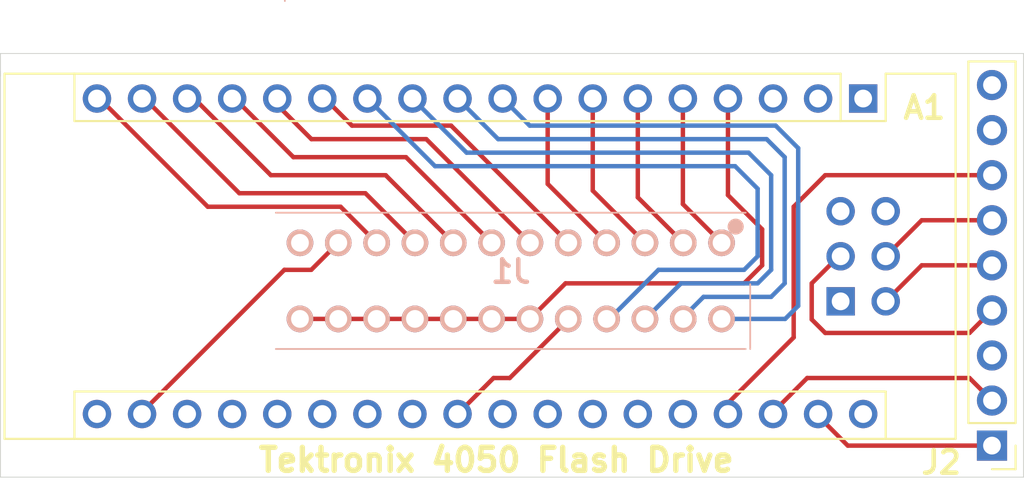
<source format=kicad_pcb>
(kicad_pcb (version 20171130) (host pcbnew "(5.1.10)-1")

  (general
    (thickness 1.6)
    (drawings 7)
    (tracks 104)
    (zones 0)
    (modules 3)
    (nets 24)
  )

  (page A4)
  (layers
    (0 F.Cu signal)
    (31 B.Cu signal)
    (32 B.Adhes user)
    (33 F.Adhes user)
    (34 B.Paste user)
    (35 F.Paste user)
    (36 B.SilkS user)
    (37 F.SilkS user)
    (38 B.Mask user)
    (39 F.Mask user)
    (40 Dwgs.User user)
    (41 Cmts.User user)
    (42 Eco1.User user)
    (43 Eco2.User user)
    (44 Edge.Cuts user)
    (45 Margin user)
    (46 B.CrtYd user)
    (47 F.CrtYd user)
    (48 B.Fab user)
    (49 F.Fab user)
  )

  (setup
    (last_trace_width 0.25)
    (trace_clearance 0.2)
    (zone_clearance 0.508)
    (zone_45_only no)
    (trace_min 0.2)
    (via_size 0.8)
    (via_drill 0.4)
    (via_min_size 0.4)
    (via_min_drill 0.3)
    (uvia_size 0.3)
    (uvia_drill 0.1)
    (uvias_allowed no)
    (uvia_min_size 0.2)
    (uvia_min_drill 0.1)
    (edge_width 0.05)
    (segment_width 0.2)
    (pcb_text_width 0.3)
    (pcb_text_size 1.5 1.5)
    (mod_edge_width 0.12)
    (mod_text_size 1 1)
    (mod_text_width 0.15)
    (pad_size 1.524 1.524)
    (pad_drill 0.762)
    (pad_to_mask_clearance 0)
    (aux_axis_origin 0 0)
    (visible_elements 7FFFFFFF)
    (pcbplotparams
      (layerselection 0x010fc_ffffffff)
      (usegerberextensions false)
      (usegerberattributes true)
      (usegerberadvancedattributes true)
      (creategerberjobfile true)
      (excludeedgelayer true)
      (linewidth 0.100000)
      (plotframeref false)
      (viasonmask false)
      (mode 1)
      (useauxorigin false)
      (hpglpennumber 1)
      (hpglpenspeed 20)
      (hpglpendiameter 15.000000)
      (psnegative false)
      (psa4output false)
      (plotreference true)
      (plotvalue true)
      (plotinvisibletext false)
      (padsonsilk false)
      (subtractmaskfromsilk false)
      (outputformat 1)
      (mirror false)
      (drillshape 1)
      (scaleselection 1)
      (outputdirectory ""))
  )

  (net 0 "")
  (net 1 /GND-GPIB)
  (net 2 /DIO1)
  (net 3 /REN)
  (net 4 /DIO2)
  (net 5 /DIO3)
  (net 6 /DIO4)
  (net 7 /DIO5)
  (net 8 /DIO6)
  (net 9 /DIO7)
  (net 10 /~CS)
  (net 11 /DIO8)
  (net 12 /5V_SD)
  (net 13 /EOI)
  (net 14 /GND_SD)
  (net 15 /DAV)
  (net 16 /NRFD)
  (net 17 /DI)
  (net 18 /DO)
  (net 19 /SCK)
  (net 20 /NDAC)
  (net 21 /IFC)
  (net 22 /SRQ)
  (net 23 /ATN)

  (net_class Default "This is the default net class."
    (clearance 0.2)
    (trace_width 0.25)
    (via_dia 0.8)
    (via_drill 0.4)
    (uvia_dia 0.3)
    (uvia_drill 0.1)
    (add_net /5V_SD)
    (add_net /ATN)
    (add_net /DAV)
    (add_net /DI)
    (add_net /DIO1)
    (add_net /DIO2)
    (add_net /DIO3)
    (add_net /DIO4)
    (add_net /DIO5)
    (add_net /DIO6)
    (add_net /DIO7)
    (add_net /DIO8)
    (add_net /DO)
    (add_net /EOI)
    (add_net /GND-GPIB)
    (add_net /GND_SD)
    (add_net /IFC)
    (add_net /NDAC)
    (add_net /NRFD)
    (add_net /REN)
    (add_net /SCK)
    (add_net /SRQ)
    (add_net /~CS)
  )

  (module 111-024-113L001-no-MH:111-024-113L001-no-MHs-courtyardY (layer B.Cu) (tedit 6061D1F4) (tstamp 605FC955)
    (at 172.72 48.26 180)
    (descr 111-024-113L001-2)
    (tags Connector)
    (path /6074CB6C)
    (fp_text reference J1 (at 11.88 -1.623) (layer B.SilkS)
      (effects (font (size 1.27 1.27) (thickness 0.254)) (justify mirror))
    )
    (fp_text value 111-024-113L001-no-MHs (at 11.88 -1.623) (layer B.SilkS) hide
      (effects (font (size 1.27 1.27) (thickness 0.254)) (justify mirror))
    )
    (fp_line (start -1.36 1.695) (end 25.12 1.695) (layer Dwgs.User) (width 0.2))
    (fp_line (start 25.12 1.695) (end 25.12 -5.985) (layer Dwgs.User) (width 0.2))
    (fp_line (start 25.12 -5.985) (end -1.36 -5.985) (layer Dwgs.User) (width 0.2))
    (fp_line (start -1.36 -5.985) (end -1.36 1.695) (layer Dwgs.User) (width 0.2))
    (fp_line (start -1.599 1.962) (end 25.36 1.962) (layer B.CrtYd) (width 0.05))
    (fp_line (start 25.36 1.962) (end 25.36 -6.223) (layer B.CrtYd) (width 0.05))
    (fp_line (start 25.36 -6.223) (end -1.599 -6.223) (layer B.CrtYd) (width 0.05))
    (fp_line (start -1.599 -6.223) (end -1.599 1.962) (layer B.CrtYd) (width 0.05))
    (fp_line (start -1.36 1.695) (end 25.12 1.695) (layer B.SilkS) (width 0.1))
    (fp_line (start -1.614 -2.335) (end -1.614 -5.985) (layer B.SilkS) (width 0.1))
    (fp_line (start -1.36 -5.985) (end 25.12 -5.985) (layer B.SilkS) (width 0.1))
    (fp_line (start 24.612 13.633) (end 24.612 13.633) (layer B.SilkS) (width 0.1))
    (fp_line (start 24.612 13.633) (end 24.612 13.633) (layer B.SilkS) (width 0.1))
    (fp_arc (start -0.796 0.912) (end -0.846 0.912) (angle 180) (layer B.SilkS) (width 0.8))
    (fp_arc (start -0.796 0.912) (end -0.746 0.912) (angle 180) (layer B.SilkS) (width 0.8))
    (pad 24 thru_hole circle (at 23.76 -4.29 90) (size 1.5 1.5) (drill 1) (layers *.Cu *.Mask B.SilkS)
      (net 1 /GND-GPIB))
    (pad 23 thru_hole circle (at 21.6 -4.29 90) (size 1.5 1.5) (drill 1) (layers *.Cu *.Mask B.SilkS)
      (net 1 /GND-GPIB))
    (pad 22 thru_hole circle (at 19.44 -4.29 90) (size 1.5 1.5) (drill 1) (layers *.Cu *.Mask B.SilkS)
      (net 1 /GND-GPIB))
    (pad 21 thru_hole circle (at 17.28 -4.29 90) (size 1.5 1.5) (drill 1) (layers *.Cu *.Mask B.SilkS)
      (net 1 /GND-GPIB))
    (pad 20 thru_hole circle (at 15.12 -4.29 90) (size 1.5 1.5) (drill 1) (layers *.Cu *.Mask B.SilkS)
      (net 1 /GND-GPIB))
    (pad 19 thru_hole circle (at 12.96 -4.29 90) (size 1.5 1.5) (drill 1) (layers *.Cu *.Mask B.SilkS)
      (net 1 /GND-GPIB))
    (pad 18 thru_hole circle (at 10.8 -4.29 90) (size 1.5 1.5) (drill 1) (layers *.Cu *.Mask B.SilkS)
      (net 1 /GND-GPIB))
    (pad 17 thru_hole circle (at 8.64 -4.29 90) (size 1.5 1.5) (drill 1) (layers *.Cu *.Mask B.SilkS)
      (net 3 /REN))
    (pad 16 thru_hole circle (at 6.48 -4.29 90) (size 1.5 1.5) (drill 1) (layers *.Cu *.Mask B.SilkS)
      (net 11 /DIO8))
    (pad 15 thru_hole circle (at 4.32 -4.29 90) (size 1.5 1.5) (drill 1) (layers *.Cu *.Mask B.SilkS)
      (net 9 /DIO7))
    (pad 14 thru_hole circle (at 2.16 -4.29 90) (size 1.5 1.5) (drill 1) (layers *.Cu *.Mask B.SilkS)
      (net 8 /DIO6))
    (pad 13 thru_hole circle (at 0 -4.29 90) (size 1.5 1.5) (drill 1) (layers *.Cu *.Mask B.SilkS)
      (net 7 /DIO5))
    (pad 12 thru_hole circle (at 23.76 0 90) (size 1.5 1.5) (drill 1) (layers *.Cu *.Mask B.SilkS))
    (pad 11 thru_hole circle (at 21.6 0 90) (size 1.5 1.5) (drill 1) (layers *.Cu *.Mask B.SilkS)
      (net 23 /ATN))
    (pad 10 thru_hole circle (at 19.44 0 90) (size 1.5 1.5) (drill 1) (layers *.Cu *.Mask B.SilkS)
      (net 22 /SRQ))
    (pad 9 thru_hole circle (at 17.28 0 90) (size 1.5 1.5) (drill 1) (layers *.Cu *.Mask B.SilkS)
      (net 21 /IFC))
    (pad 8 thru_hole circle (at 15.12 0 90) (size 1.5 1.5) (drill 1) (layers *.Cu *.Mask B.SilkS)
      (net 20 /NDAC))
    (pad 7 thru_hole circle (at 12.96 0 90) (size 1.5 1.5) (drill 1) (layers *.Cu *.Mask B.SilkS)
      (net 16 /NRFD))
    (pad 6 thru_hole circle (at 10.8 0 90) (size 1.5 1.5) (drill 1) (layers *.Cu *.Mask B.SilkS)
      (net 15 /DAV))
    (pad 5 thru_hole circle (at 8.64 0 90) (size 1.5 1.5) (drill 1) (layers *.Cu *.Mask B.SilkS)
      (net 13 /EOI))
    (pad 4 thru_hole circle (at 6.48 0 90) (size 1.5 1.5) (drill 1) (layers *.Cu *.Mask B.SilkS)
      (net 6 /DIO4))
    (pad 3 thru_hole circle (at 4.32 0 90) (size 1.5 1.5) (drill 1) (layers *.Cu *.Mask B.SilkS)
      (net 5 /DIO3))
    (pad 2 thru_hole circle (at 2.16 0 90) (size 1.5 1.5) (drill 1) (layers *.Cu *.Mask B.SilkS)
      (net 4 /DIO2))
    (pad 1 thru_hole circle (at 0 0 90) (size 1.5 1.5) (drill 1) (layers *.Cu *.Mask B.SilkS)
      (net 2 /DIO1))
  )

  (module Connector_PinHeader_2.54mm:PinHeader_1x09_P2.54mm_Vertical (layer F.Cu) (tedit 6061CEF5) (tstamp 605FC972)
    (at 187.96 59.69 180)
    (descr "Through hole straight pin header, 1x09, 2.54mm pitch, single row")
    (tags "Through hole pin header THT 1x09 2.54mm single row")
    (path /6079AC51)
    (fp_text reference J2 (at 2.86 -0.95) (layer F.SilkS)
      (effects (font (size 1.27 1.27) (thickness 0.254)))
    )
    (fp_text value Conn_01x09_Male (at 2.499999 10.299999 90) (layer F.Fab)
      (effects (font (size 1 1) (thickness 0.15)))
    )
    (fp_line (start 1.8 -1.8) (end -1.8 -1.8) (layer F.CrtYd) (width 0.05))
    (fp_line (start 1.8 22.1) (end 1.8 -1.8) (layer F.CrtYd) (width 0.05))
    (fp_line (start -1.8 22.1) (end 1.8 22.1) (layer F.CrtYd) (width 0.05))
    (fp_line (start -1.8 -1.8) (end -1.8 22.1) (layer F.CrtYd) (width 0.05))
    (fp_line (start -1.33 -1.33) (end 0 -1.33) (layer F.SilkS) (width 0.12))
    (fp_line (start -1.33 0) (end -1.33 -1.33) (layer F.SilkS) (width 0.12))
    (fp_line (start -1.33 1.27) (end 1.33 1.27) (layer F.SilkS) (width 0.12))
    (fp_line (start 1.33 1.27) (end 1.33 21.65) (layer F.SilkS) (width 0.12))
    (fp_line (start -1.33 1.27) (end -1.33 21.65) (layer F.SilkS) (width 0.12))
    (fp_line (start -1.33 21.65) (end 1.33 21.65) (layer F.SilkS) (width 0.12))
    (fp_line (start -1.27 -0.635) (end -0.635 -1.27) (layer F.Fab) (width 0.1))
    (fp_line (start -1.27 21.59) (end -1.27 -0.635) (layer F.Fab) (width 0.1))
    (fp_line (start 1.27 21.59) (end -1.27 21.59) (layer F.Fab) (width 0.1))
    (fp_line (start 1.27 -1.27) (end 1.27 21.59) (layer F.Fab) (width 0.1))
    (fp_line (start -0.635 -1.27) (end 1.27 -1.27) (layer F.Fab) (width 0.1))
    (fp_text user %R (at 0 10.16 90) (layer F.Fab)
      (effects (font (size 1 1) (thickness 0.15)))
    )
    (pad 9 thru_hole oval (at 0 20.32 180) (size 1.7 1.7) (drill 1) (layers *.Cu *.Mask))
    (pad 8 thru_hole oval (at 0 17.78 180) (size 1.7 1.7) (drill 1) (layers *.Cu *.Mask))
    (pad 7 thru_hole oval (at 0 15.24 180) (size 1.7 1.7) (drill 1) (layers *.Cu *.Mask)
      (net 10 /~CS))
    (pad 6 thru_hole oval (at 0 12.7 180) (size 1.7 1.7) (drill 1) (layers *.Cu *.Mask)
      (net 19 /SCK))
    (pad 5 thru_hole oval (at 0 10.16 180) (size 1.7 1.7) (drill 1) (layers *.Cu *.Mask)
      (net 18 /DO))
    (pad 4 thru_hole oval (at 0 7.62 180) (size 1.7 1.7) (drill 1) (layers *.Cu *.Mask)
      (net 17 /DI))
    (pad 3 thru_hole oval (at 0 5.08 180) (size 1.7 1.7) (drill 1) (layers *.Cu *.Mask))
    (pad 2 thru_hole oval (at 0 2.54 180) (size 1.7 1.7) (drill 1) (layers *.Cu *.Mask)
      (net 12 /5V_SD))
    (pad 1 thru_hole rect (at 0 0 180) (size 1.7 1.7) (drill 1) (layers *.Cu *.Mask)
      (net 14 /GND_SD))
    (model ${KISYS3DMOD}/Connector_PinHeader_2.54mm.3dshapes/PinHeader_1x09_P2.54mm_Vertical.wrl
      (at (xyz 0 0 0))
      (scale (xyz 1 1 1))
      (rotate (xyz 0 0 0))
    )
  )

  (module Pandauino_644-Narrow:644-Narrow (layer F.Cu) (tedit 605FD562) (tstamp 605FC92A)
    (at 180.699999 40.130001 270)
    (descr "Pandauino 644-Narrow")
    (tags "Arduino ATmega644 ATmega1284")
    (path /60668486)
    (fp_text reference A1 (at 0.509999 -3.450001 180) (layer F.SilkS)
      (effects (font (size 1.27 1.27) (thickness 0.254)))
    )
    (fp_text value 644-Narrow (at 15.241999 24.489999) (layer F.Fab)
      (effects (font (size 1 1) (thickness 0.15)))
    )
    (fp_line (start 1.27 1.27) (end 1.27 -1.27) (layer F.SilkS) (width 0.12))
    (fp_line (start 1.27 -1.27) (end -1.4 -1.27) (layer F.SilkS) (width 0.12))
    (fp_line (start -1.4 1.27) (end -1.4 48.39) (layer F.SilkS) (width 0.12))
    (fp_line (start -1.4 -5.21) (end -1.4 -1.27) (layer F.SilkS) (width 0.12))
    (fp_line (start 16.51 -1.27) (end 19.18 -1.27) (layer F.SilkS) (width 0.12))
    (fp_line (start 16.51 -1.27) (end 16.51 44.45) (layer F.SilkS) (width 0.12))
    (fp_line (start 16.51 44.45) (end 19.18 44.45) (layer F.SilkS) (width 0.12))
    (fp_line (start 1.27 1.27) (end -1.4 1.27) (layer F.SilkS) (width 0.12))
    (fp_line (start 1.27 1.27) (end 1.27 44.45) (layer F.SilkS) (width 0.12))
    (fp_line (start 1.27 44.45) (end -1.4 44.45) (layer F.SilkS) (width 0.12))
    (fp_line (start 5.08 38.1) (end 12.7 38.1) (layer F.Fab) (width 0.1))
    (fp_line (start 12.7 38.1) (end 12.7 48.26) (layer F.Fab) (width 0.1))
    (fp_line (start 12.7 48.26) (end 5.08 48.26) (layer F.Fab) (width 0.1))
    (fp_line (start 5.08 48.26) (end 5.08 38.1) (layer F.Fab) (width 0.1))
    (fp_line (start -1.4 48.39) (end 19.18 48.39) (layer F.SilkS) (width 0.12))
    (fp_line (start 19.18 48.39) (end 19.18 -5.21) (layer F.SilkS) (width 0.12))
    (fp_line (start 19.18 -5.21) (end -1.4 -5.21) (layer F.SilkS) (width 0.12))
    (fp_line (start 19.05 48.26) (end -1.27 48.26) (layer F.Fab) (width 0.1))
    (fp_line (start -1.27 48.26) (end -1.27 -3.81) (layer F.Fab) (width 0.1))
    (fp_line (start -1.27 -3.81) (end 0 -5.08) (layer F.Fab) (width 0.1))
    (fp_line (start 0 -5.08) (end 19.05 -5.08) (layer F.Fab) (width 0.1))
    (fp_line (start 19.05 -5.08) (end 19.05 48.26) (layer F.Fab) (width 0.1))
    (fp_line (start -1.53 -5.33) (end 19.29 -5.33) (layer F.CrtYd) (width 0.05))
    (fp_line (start -1.53 -5.33) (end -1.53 48.51) (layer F.CrtYd) (width 0.05))
    (fp_line (start 19.29 48.51) (end 19.29 -5.33) (layer F.CrtYd) (width 0.05))
    (fp_line (start 19.29 48.51) (end -1.53 48.51) (layer F.CrtYd) (width 0.05))
    (fp_text user %R (at 15.241999 31.093999) (layer F.Fab)
      (effects (font (size 1 1) (thickness 0.15)))
    )
    (pad 1 thru_hole rect (at 0 0 270) (size 1.6 1.6) (drill 1) (layers *.Cu *.Mask))
    (pad 23 thru_hole oval (at 17.78 33.02 270) (size 1.6 1.6) (drill 1) (layers *.Cu *.Mask))
    (pad 2 thru_hole oval (at 0 2.54 270) (size 1.6 1.6) (drill 1) (layers *.Cu *.Mask))
    (pad 24 thru_hole oval (at 17.78 30.48 270) (size 1.6 1.6) (drill 1) (layers *.Cu *.Mask))
    (pad 3 thru_hole oval (at 0 5.08 270) (size 1.6 1.6) (drill 1) (layers *.Cu *.Mask))
    (pad 25 thru_hole oval (at 17.78 27.94 270) (size 1.6 1.6) (drill 1) (layers *.Cu *.Mask))
    (pad 4 thru_hole oval (at 0 7.62 270) (size 1.6 1.6) (drill 1) (layers *.Cu *.Mask)
      (net 1 /GND-GPIB))
    (pad 26 thru_hole oval (at 17.78 25.4 270) (size 1.6 1.6) (drill 1) (layers *.Cu *.Mask))
    (pad 5 thru_hole oval (at 0 10.16 270) (size 1.6 1.6) (drill 1) (layers *.Cu *.Mask)
      (net 2 /DIO1))
    (pad 27 thru_hole oval (at 17.78 22.86 270) (size 1.6 1.6) (drill 1) (layers *.Cu *.Mask)
      (net 3 /REN))
    (pad 6 thru_hole oval (at 0 12.7 270) (size 1.6 1.6) (drill 1) (layers *.Cu *.Mask)
      (net 4 /DIO2))
    (pad 28 thru_hole oval (at 17.78 20.32 270) (size 1.6 1.6) (drill 1) (layers *.Cu *.Mask))
    (pad 7 thru_hole oval (at 0 15.24 270) (size 1.6 1.6) (drill 1) (layers *.Cu *.Mask)
      (net 5 /DIO3))
    (pad 29 thru_hole oval (at 17.78 17.78 270) (size 1.6 1.6) (drill 1) (layers *.Cu *.Mask))
    (pad 8 thru_hole oval (at 0 17.78 270) (size 1.6 1.6) (drill 1) (layers *.Cu *.Mask)
      (net 6 /DIO4))
    (pad 30 thru_hole oval (at 17.78 15.24 270) (size 1.6 1.6) (drill 1) (layers *.Cu *.Mask))
    (pad 9 thru_hole oval (at 0 20.32 270) (size 1.6 1.6) (drill 1) (layers *.Cu *.Mask)
      (net 7 /DIO5))
    (pad 31 thru_hole oval (at 17.78 12.7 270) (size 1.6 1.6) (drill 1) (layers *.Cu *.Mask))
    (pad 10 thru_hole oval (at 0 22.86 270) (size 1.6 1.6) (drill 1) (layers *.Cu *.Mask)
      (net 8 /DIO6))
    (pad 32 thru_hole oval (at 17.78 10.16 270) (size 1.6 1.6) (drill 1) (layers *.Cu *.Mask))
    (pad 11 thru_hole oval (at 0 25.4 270) (size 1.6 1.6) (drill 1) (layers *.Cu *.Mask)
      (net 9 /DIO7))
    (pad 33 thru_hole oval (at 17.78 7.62 270) (size 1.6 1.6) (drill 1) (layers *.Cu *.Mask)
      (net 10 /~CS))
    (pad 12 thru_hole oval (at 0 27.94 270) (size 1.6 1.6) (drill 1) (layers *.Cu *.Mask)
      (net 11 /DIO8))
    (pad 34 thru_hole oval (at 17.78 5.08 270) (size 1.6 1.6) (drill 1) (layers *.Cu *.Mask)
      (net 12 /5V_SD))
    (pad 13 thru_hole oval (at 0 30.48 270) (size 1.6 1.6) (drill 1) (layers *.Cu *.Mask)
      (net 13 /EOI))
    (pad 35 thru_hole oval (at 17.78 2.54 270) (size 1.6 1.6) (drill 1) (layers *.Cu *.Mask)
      (net 14 /GND_SD))
    (pad 14 thru_hole oval (at 0 33.02 270) (size 1.6 1.6) (drill 1) (layers *.Cu *.Mask)
      (net 15 /DAV))
    (pad 36 thru_hole oval (at 17.78 0 270) (size 1.6 1.6) (drill 1) (layers *.Cu *.Mask))
    (pad 15 thru_hole oval (at 0 35.56 270) (size 1.6 1.6) (drill 1) (layers *.Cu *.Mask)
      (net 16 /NRFD))
    (pad 22 thru_hole oval (at 17.78 35.56 270) (size 1.6 1.6) (drill 1) (layers *.Cu *.Mask))
    (pad 38 thru_hole circle (at 8.89 1.27 270) (size 1.6 1.6) (drill 1) (layers *.Cu *.Mask)
      (net 17 /DI))
    (pad 39 thru_hole circle (at 6.35 1.27 270) (size 1.6 1.6) (drill 1) (layers *.Cu *.Mask))
    (pad 37 thru_hole rect (at 11.43 1.27 270) (size 1.6 1.6) (drill 1) (layers *.Cu *.Mask))
    (pad 40 thru_hole circle (at 11.43 -1.27 270) (size 1.6 1.6) (drill 1) (layers *.Cu *.Mask)
      (net 18 /DO))
    (pad 41 thru_hole circle (at 8.89 -1.27 270) (size 1.6 1.6) (drill 1) (layers *.Cu *.Mask)
      (net 19 /SCK))
    (pad 42 thru_hole circle (at 6.35 -1.27 270) (size 1.6 1.6) (drill 1) (layers *.Cu *.Mask))
    (pad 16 thru_hole circle (at 0 38.1 270) (size 1.6 1.6) (drill 1) (layers *.Cu *.Mask)
      (net 20 /NDAC))
    (pad 17 thru_hole circle (at 0 40.64 270) (size 1.6 1.6) (drill 1) (layers *.Cu *.Mask)
      (net 21 /IFC))
    (pad 18 thru_hole circle (at 0 43.18 270) (size 1.6 1.6) (drill 1) (layers *.Cu *.Mask)
      (net 22 /SRQ))
    (pad 19 thru_hole circle (at 17.78 43.18 270) (size 1.6 1.6) (drill 1) (layers *.Cu *.Mask))
    (pad 20 thru_hole circle (at 17.78 40.64 270) (size 1.6 1.6) (drill 1) (layers *.Cu *.Mask)
      (net 23 /ATN))
    (pad 21 thru_hole circle (at 17.78 38.1 270) (size 1.6 1.6) (drill 1) (layers *.Cu *.Mask))
    (model ${KISYS3DMOD}/Module.3dshapes/Arduino_Nano_WithMountingHoles.wrl
      (at (xyz 0 0 0))
      (scale (xyz 1 1 1))
      (rotate (xyz 0 0 0))
    )
  )

  (gr_line (start 132.08 37.592) (end 132.08 38.862) (angle 90) (layer Edge.Cuts) (width 0.05))
  (gr_line (start 189.738 37.592) (end 132.08 37.592) (angle 90) (layer Edge.Cuts) (width 0.05))
  (gr_line (start 189.738 61.468) (end 189.738 37.592) (angle 90) (layer Edge.Cuts) (width 0.05))
  (gr_line (start 132.08 38.862) (end 132.08 38.608) (angle 90) (layer Edge.Cuts) (width 0.05))
  (gr_line (start 132.08 61.468) (end 132.08 38.608) (angle 90) (layer Edge.Cuts) (width 0.05))
  (gr_line (start 189.738 61.468) (end 132.08 61.468) (angle 90) (layer Edge.Cuts) (width 0.05))
  (gr_text "Tektronix 4050 Flash Drive" (at 160.02 60.5) (layer F.SilkS)
    (effects (font (size 1.3 1.3) (thickness 0.3)))
  )

  (segment (start 173.079999 40.130001) (end 173.079999 45.571999) (width 0.25) (layer F.Cu) (net 1) (status 400000))
  (segment (start 163.924 50.546) (end 161.92 52.55) (width 0.25) (layer F.Cu) (net 1) (tstamp 60601671) (status 800000))
  (segment (start 173.99 50.546) (end 163.924 50.546) (width 0.25) (layer F.Cu) (net 1) (tstamp 6060166F))
  (segment (start 175.006 49.53) (end 173.99 50.546) (width 0.25) (layer F.Cu) (net 1) (tstamp 6060166E))
  (segment (start 175.006 47.498) (end 175.006 49.53) (width 0.25) (layer F.Cu) (net 1) (tstamp 6060166C))
  (segment (start 173.079999 45.571999) (end 175.006 47.498) (width 0.25) (layer F.Cu) (net 1) (tstamp 6060166A))
  (segment (start 161.92 52.55) (end 159.76 52.55) (width 0.25) (layer F.Cu) (net 1) (status C00000))
  (segment (start 159.76 52.55) (end 157.6 52.55) (width 0.25) (layer F.Cu) (net 1) (status C00000))
  (segment (start 157.6 52.55) (end 155.44 52.55) (width 0.25) (layer F.Cu) (net 1) (status C00000))
  (segment (start 155.44 52.55) (end 153.28 52.55) (width 0.25) (layer F.Cu) (net 1) (status C00000))
  (segment (start 153.28 52.55) (end 151.12 52.55) (width 0.25) (layer F.Cu) (net 1) (status C00000))
  (segment (start 151.12 52.55) (end 148.96 52.55) (width 0.25) (layer F.Cu) (net 1) (status C00000))
  (segment (start 170.539999 40.130001) (end 170.539999 46.079999) (width 0.25) (layer F.Cu) (net 2) (status 400000))
  (segment (start 170.539999 46.079999) (end 172.72 48.26) (width 0.25) (layer F.Cu) (net 2) (tstamp 606015CE) (status 800000))
  (segment (start 164.08 52.55) (end 164.08 52.582) (width 0.25) (layer F.Cu) (net 3) (status C00000))
  (segment (start 159.87 55.88) (end 157.839999 57.910001) (width 0.25) (layer F.Cu) (net 3) (tstamp 60601693) (status 800000))
  (segment (start 160.782 55.88) (end 159.87 55.88) (width 0.25) (layer F.Cu) (net 3) (tstamp 60601691))
  (segment (start 164.08 52.582) (end 160.782 55.88) (width 0.25) (layer F.Cu) (net 3) (tstamp 60601690) (status 400000))
  (segment (start 167.999999 40.130001) (end 167.999999 45.699999) (width 0.25) (layer F.Cu) (net 4) (status 400000))
  (segment (start 167.999999 45.699999) (end 170.56 48.26) (width 0.25) (layer F.Cu) (net 4) (tstamp 606015D2) (status 800000))
  (segment (start 165.459999 40.130001) (end 165.459999 45.319999) (width 0.25) (layer F.Cu) (net 5) (status 400000))
  (segment (start 165.459999 45.319999) (end 168.4 48.26) (width 0.25) (layer F.Cu) (net 5) (tstamp 606015D6) (status 800000))
  (segment (start 162.919999 40.130001) (end 162.919999 44.939999) (width 0.25) (layer F.Cu) (net 6) (status 400000))
  (segment (start 162.919999 44.939999) (end 166.24 48.26) (width 0.25) (layer F.Cu) (net 6) (tstamp 606015DA) (status 800000))
  (segment (start 172.72 52.55) (end 176.304 52.55) (width 0.25) (layer B.Cu) (net 7) (status 400000))
  (segment (start 161.905998 41.656) (end 160.379999 40.130001) (width 0.25) (layer B.Cu) (net 7) (tstamp 60601482) (status 800000))
  (segment (start 175.768 41.656) (end 161.905998 41.656) (width 0.25) (layer B.Cu) (net 7) (tstamp 60601480))
  (segment (start 177.038 42.926) (end 175.768 41.656) (width 0.25) (layer B.Cu) (net 7) (tstamp 6060147E))
  (segment (start 177.038 51.816) (end 177.038 42.926) (width 0.25) (layer B.Cu) (net 7) (tstamp 6060147D))
  (segment (start 176.304 52.55) (end 177.038 51.816) (width 0.25) (layer B.Cu) (net 7) (tstamp 6060147C))
  (segment (start 170.56 52.55) (end 170.56 52.452) (width 0.25) (layer B.Cu) (net 8) (status C00000))
  (segment (start 160.127998 42.418) (end 157.839999 40.130001) (width 0.25) (layer B.Cu) (net 8) (tstamp 6060148F) (status 800000))
  (segment (start 175.26 42.418) (end 160.127998 42.418) (width 0.25) (layer B.Cu) (net 8) (tstamp 6060148D))
  (segment (start 176.276 43.434) (end 175.26 42.418) (width 0.25) (layer B.Cu) (net 8) (tstamp 6060148B))
  (segment (start 176.276 50.546) (end 176.276 43.434) (width 0.25) (layer B.Cu) (net 8) (tstamp 6060148A))
  (segment (start 175.514 51.308) (end 176.276 50.546) (width 0.25) (layer B.Cu) (net 8) (tstamp 60601489))
  (segment (start 171.704 51.308) (end 175.514 51.308) (width 0.25) (layer B.Cu) (net 8) (tstamp 60601487))
  (segment (start 170.56 52.452) (end 171.704 51.308) (width 0.25) (layer B.Cu) (net 8) (tstamp 60601486) (status 400000))
  (segment (start 168.4 52.55) (end 168.43 52.55) (width 0.25) (layer B.Cu) (net 9) (status C00000))
  (segment (start 158.349998 43.18) (end 155.299999 40.130001) (width 0.25) (layer B.Cu) (net 9) (tstamp 6060149D) (status 800000))
  (segment (start 174.244 43.18) (end 158.349998 43.18) (width 0.25) (layer B.Cu) (net 9) (tstamp 6060149B))
  (segment (start 175.514 44.45) (end 174.244 43.18) (width 0.25) (layer B.Cu) (net 9) (tstamp 60601499))
  (segment (start 175.514 49.784) (end 175.514 44.45) (width 0.25) (layer B.Cu) (net 9) (tstamp 60601498))
  (segment (start 174.752 50.546) (end 175.514 49.784) (width 0.25) (layer B.Cu) (net 9) (tstamp 60601496))
  (segment (start 170.434 50.546) (end 174.752 50.546) (width 0.25) (layer B.Cu) (net 9) (tstamp 60601494))
  (segment (start 168.43 52.55) (end 170.434 50.546) (width 0.25) (layer B.Cu) (net 9) (tstamp 60601493) (status 400000))
  (segment (start 173.079999 57.910001) (end 173.079999 57.298001) (width 0.25) (layer F.Cu) (net 10) (status C00000))
  (segment (start 178.562 44.45) (end 187.96 44.45) (width 0.25) (layer F.Cu) (net 10) (tstamp 606016C1) (status 800000))
  (segment (start 176.784 46.228) (end 178.562 44.45) (width 0.25) (layer F.Cu) (net 10) (tstamp 606016BF))
  (segment (start 176.784 53.594) (end 176.784 46.228) (width 0.25) (layer F.Cu) (net 10) (tstamp 606016BD))
  (segment (start 173.079999 57.298001) (end 176.784 53.594) (width 0.25) (layer F.Cu) (net 10) (tstamp 606016BC) (status 400000))
  (segment (start 166.24 52.55) (end 166.398 52.55) (width 0.25) (layer B.Cu) (net 11) (status C00000))
  (segment (start 156.571998 43.942) (end 152.759999 40.130001) (width 0.25) (layer B.Cu) (net 11) (tstamp 606014AA) (status 800000))
  (segment (start 173.482 43.942) (end 156.571998 43.942) (width 0.25) (layer B.Cu) (net 11) (tstamp 606014A8))
  (segment (start 174.752 45.212) (end 173.482 43.942) (width 0.25) (layer B.Cu) (net 11) (tstamp 606014A6))
  (segment (start 174.752 49.022) (end 174.752 45.212) (width 0.25) (layer B.Cu) (net 11) (tstamp 606014A5))
  (segment (start 173.99 49.784) (end 174.752 49.022) (width 0.25) (layer B.Cu) (net 11) (tstamp 606014A4))
  (segment (start 169.164 49.784) (end 173.99 49.784) (width 0.25) (layer B.Cu) (net 11) (tstamp 606014A2))
  (segment (start 166.398 52.55) (end 169.164 49.784) (width 0.25) (layer B.Cu) (net 11) (tstamp 606014A1) (status 400000))
  (segment (start 175.619999 57.910001) (end 175.619999 57.806001) (width 0.25) (layer F.Cu) (net 12) (status C00000))
  (segment (start 186.69 55.88) (end 187.96 57.15) (width 0.25) (layer F.Cu) (net 12) (tstamp 606016B3) (status 800000))
  (segment (start 177.546 55.88) (end 186.69 55.88) (width 0.25) (layer F.Cu) (net 12) (tstamp 606016B1))
  (segment (start 175.619999 57.806001) (end 177.546 55.88) (width 0.25) (layer F.Cu) (net 12) (tstamp 606016B0) (status 400000))
  (segment (start 150.219999 40.130001) (end 150.366001 40.130001) (width 0.25) (layer F.Cu) (net 13) (status C00000))
  (segment (start 157.476 41.656) (end 164.08 48.26) (width 0.25) (layer F.Cu) (net 13) (tstamp 606015E1) (status 800000))
  (segment (start 151.892 41.656) (end 157.476 41.656) (width 0.25) (layer F.Cu) (net 13) (tstamp 606015DF))
  (segment (start 150.366001 40.130001) (end 151.892 41.656) (width 0.25) (layer F.Cu) (net 13) (tstamp 606015DE) (status 400000))
  (segment (start 178.159999 57.910001) (end 178.159999 58.017999) (width 0.25) (layer F.Cu) (net 14) (status C00000))
  (segment (start 179.832 59.69) (end 187.96 59.69) (width 0.25) (layer F.Cu) (net 14) (tstamp 606016B8) (status 800000))
  (segment (start 178.159999 58.017999) (end 179.832 59.69) (width 0.25) (layer F.Cu) (net 14) (tstamp 606016B7) (status 400000))
  (segment (start 147.679999 40.130001) (end 147.679999 40.491999) (width 0.25) (layer F.Cu) (net 15) (status C00000))
  (segment (start 156.078 42.418) (end 161.92 48.26) (width 0.25) (layer F.Cu) (net 15) (tstamp 60601600) (status 800000))
  (segment (start 149.606 42.418) (end 156.078 42.418) (width 0.25) (layer F.Cu) (net 15) (tstamp 606015FE))
  (segment (start 147.679999 40.491999) (end 149.606 42.418) (width 0.25) (layer F.Cu) (net 15) (tstamp 606015FD) (status 400000))
  (segment (start 145.139999 40.130001) (end 145.286001 40.130001) (width 0.25) (layer F.Cu) (net 16) (status C00000))
  (segment (start 154.934 43.434) (end 159.76 48.26) (width 0.25) (layer F.Cu) (net 16) (tstamp 60601607) (status 800000))
  (segment (start 148.59 43.434) (end 154.934 43.434) (width 0.25) (layer F.Cu) (net 16) (tstamp 60601605))
  (segment (start 145.286001 40.130001) (end 148.59 43.434) (width 0.25) (layer F.Cu) (net 16) (tstamp 60601604) (status 400000))
  (segment (start 179.429999 49.020001) (end 179.325999 49.020001) (width 0.25) (layer F.Cu) (net 17) (status C00000))
  (segment (start 186.69 53.34) (end 187.96 52.07) (width 0.25) (layer F.Cu) (net 17) (tstamp 606016AC) (status 800000))
  (segment (start 178.562 53.34) (end 186.69 53.34) (width 0.25) (layer F.Cu) (net 17) (tstamp 606016AB))
  (segment (start 177.8 52.578) (end 178.562 53.34) (width 0.25) (layer F.Cu) (net 17) (tstamp 606016AA))
  (segment (start 177.8 50.546) (end 177.8 52.578) (width 0.25) (layer F.Cu) (net 17) (tstamp 606016A8))
  (segment (start 179.325999 49.020001) (end 177.8 50.546) (width 0.25) (layer F.Cu) (net 17) (tstamp 606016A7) (status 400000))
  (segment (start 187.96 49.53) (end 184 49.53) (width 0.25) (layer F.Cu) (net 18) (status 400000))
  (segment (start 184 49.53) (end 181.969999 51.560001) (width 0.25) (layer F.Cu) (net 18) (tstamp 606016A3) (status 800000))
  (segment (start 187.96 46.99) (end 184 46.99) (width 0.25) (layer F.Cu) (net 19) (status 400000))
  (segment (start 184 46.99) (end 181.969999 49.020001) (width 0.25) (layer F.Cu) (net 19) (tstamp 6060169E) (status 800000))
  (segment (start 142.599999 40.130001) (end 143.000001 40.130001) (width 0.25) (layer F.Cu) (net 20) (status C00000))
  (segment (start 153.79 44.45) (end 157.6 48.26) (width 0.25) (layer F.Cu) (net 20) (tstamp 6060160E) (status 800000))
  (segment (start 147.32 44.45) (end 153.79 44.45) (width 0.25) (layer F.Cu) (net 20) (tstamp 6060160C))
  (segment (start 143.000001 40.130001) (end 147.32 44.45) (width 0.25) (layer F.Cu) (net 20) (tstamp 6060160B) (status 400000))
  (segment (start 140.059999 40.130001) (end 140.206001 40.130001) (width 0.25) (layer F.Cu) (net 21) (status C00000))
  (segment (start 152.646 45.466) (end 155.44 48.26) (width 0.25) (layer F.Cu) (net 21) (tstamp 60601615) (status 800000))
  (segment (start 145.542 45.466) (end 152.646 45.466) (width 0.25) (layer F.Cu) (net 21) (tstamp 60601613))
  (segment (start 140.206001 40.130001) (end 145.542 45.466) (width 0.25) (layer F.Cu) (net 21) (tstamp 60601612) (status 400000))
  (segment (start 137.519999 40.130001) (end 137.666001 40.130001) (width 0.25) (layer F.Cu) (net 22) (status C00000))
  (segment (start 151.248 46.228) (end 153.28 48.26) (width 0.25) (layer F.Cu) (net 22) (tstamp 6060161C) (status 800000))
  (segment (start 143.764 46.228) (end 151.248 46.228) (width 0.25) (layer F.Cu) (net 22) (tstamp 6060161A))
  (segment (start 137.666001 40.130001) (end 143.764 46.228) (width 0.25) (layer F.Cu) (net 22) (tstamp 60601619) (status 400000))
  (segment (start 140.059999 57.910001) (end 140.059999 57.806001) (width 0.25) (layer F.Cu) (net 23) (status C00000))
  (segment (start 149.596 49.784) (end 151.12 48.26) (width 0.25) (layer F.Cu) (net 23) (tstamp 6060169A) (status 800000))
  (segment (start 148.082 49.784) (end 149.596 49.784) (width 0.25) (layer F.Cu) (net 23) (tstamp 60601698))
  (segment (start 140.059999 57.806001) (end 148.082 49.784) (width 0.25) (layer F.Cu) (net 23) (tstamp 60601697) (status 400000))

)

</source>
